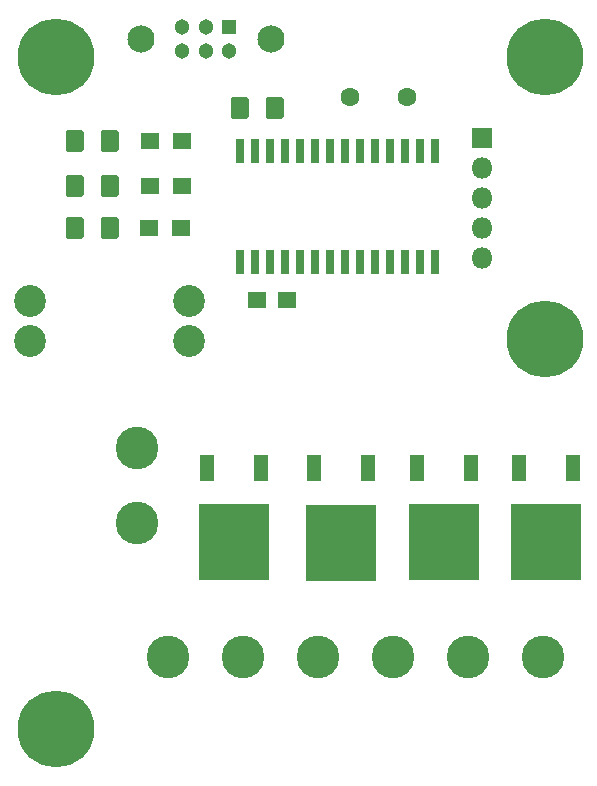
<source format=gts>
G04 #@! TF.GenerationSoftware,KiCad,Pcbnew,(5.0.0-3-g5ebb6b6)*
G04 #@! TF.CreationDate,2018-11-03T13:06:53-04:00*
G04 #@! TF.ProjectId,injector,696E6A6563746F722E6B696361645F70,rev?*
G04 #@! TF.SameCoordinates,Original*
G04 #@! TF.FileFunction,Soldermask,Top*
G04 #@! TF.FilePolarity,Negative*
%FSLAX46Y46*%
G04 Gerber Fmt 4.6, Leading zero omitted, Abs format (unit mm)*
G04 Created by KiCad (PCBNEW (5.0.0-3-g5ebb6b6)) date Saturday, November 03, 2018 at 01:06:53 PM*
%MOMM*%
%LPD*%
G01*
G04 APERTURE LIST*
%ADD10R,1.301600X2.301600*%
%ADD11R,5.901600X6.501600*%
%ADD12C,6.501600*%
%ADD13R,0.701600X2.101600*%
%ADD14C,3.601600*%
%ADD15O,1.801600X1.801600*%
%ADD16R,1.801600X1.801600*%
%ADD17R,1.601600X1.351600*%
%ADD18C,1.601600*%
%ADD19C,2.701600*%
%ADD20C,0.100000*%
%ADD21C,1.526600*%
%ADD22R,1.601600X1.401600*%
%ADD23C,1.301600*%
%ADD24R,1.301600X1.301600*%
%ADD25C,2.301600*%
G04 APERTURE END LIST*
D10*
G04 #@! TO.C,Q1*
X170809000Y-122174000D03*
X166249000Y-122174000D03*
D11*
X168529000Y-128474000D03*
G04 #@! TD*
D12*
G04 #@! TO.C,REF\002A\002A*
X135636000Y-144272000D03*
G04 #@! TD*
G04 #@! TO.C,REF\002A\002A*
X177038000Y-111252000D03*
G04 #@! TD*
G04 #@! TO.C,REF\002A\002A*
X177038000Y-87376000D03*
G04 #@! TD*
D13*
G04 #@! TO.C,U3*
X167767000Y-104776000D03*
X166497000Y-104776000D03*
X165227000Y-104776000D03*
X163957000Y-104776000D03*
X162687000Y-104776000D03*
X161417000Y-104776000D03*
X160147000Y-104776000D03*
X158877000Y-104776000D03*
X157607000Y-104776000D03*
X156337000Y-104776000D03*
X155067000Y-104776000D03*
X153797000Y-104776000D03*
X152527000Y-104776000D03*
X151257000Y-104776000D03*
X151257000Y-95376000D03*
X152527000Y-95376000D03*
X153797000Y-95376000D03*
X155067000Y-95376000D03*
X156337000Y-95376000D03*
X157607000Y-95376000D03*
X158877000Y-95376000D03*
X160147000Y-95376000D03*
X161417000Y-95376000D03*
X162687000Y-95376000D03*
X163957000Y-95376000D03*
X165227000Y-95376000D03*
X166497000Y-95376000D03*
X167767000Y-95376000D03*
G04 #@! TD*
D14*
G04 #@! TO.C,J1*
X142494000Y-126873000D03*
X142494000Y-120523000D03*
G04 #@! TD*
D15*
G04 #@! TO.C,J3*
X171704000Y-104394000D03*
X171704000Y-101854000D03*
X171704000Y-99314000D03*
X171704000Y-96774000D03*
D16*
X171704000Y-94234000D03*
G04 #@! TD*
D17*
G04 #@! TO.C,C2*
X155194000Y-107950000D03*
X152694000Y-107950000D03*
G04 #@! TD*
D18*
G04 #@! TO.C,Y1*
X165417500Y-90741500D03*
X160537500Y-90741500D03*
G04 #@! TD*
D14*
G04 #@! TO.C,J4*
X176911000Y-138176000D03*
X170561000Y-138176000D03*
X164211000Y-138176000D03*
X157861000Y-138176000D03*
X151511000Y-138176000D03*
X145161000Y-138176000D03*
G04 #@! TD*
D19*
G04 #@! TO.C,F1*
X133473000Y-108028000D03*
X133473000Y-111428000D03*
X146943000Y-108028000D03*
X146943000Y-111428000D03*
G04 #@! TD*
D20*
G04 #@! TO.C,F2*
G36*
X154699726Y-90769490D02*
X154725725Y-90773346D01*
X154751220Y-90779732D01*
X154775967Y-90788587D01*
X154799727Y-90799824D01*
X154822271Y-90813337D01*
X154843381Y-90828993D01*
X154862856Y-90846644D01*
X154880507Y-90866119D01*
X154896163Y-90887229D01*
X154909676Y-90909773D01*
X154920913Y-90933533D01*
X154929768Y-90958280D01*
X154936154Y-90983775D01*
X154940010Y-91009774D01*
X154941300Y-91036025D01*
X154941300Y-92351975D01*
X154940010Y-92378226D01*
X154936154Y-92404225D01*
X154929768Y-92429720D01*
X154920913Y-92454467D01*
X154909676Y-92478227D01*
X154896163Y-92500771D01*
X154880507Y-92521881D01*
X154862856Y-92541356D01*
X154843381Y-92559007D01*
X154822271Y-92574663D01*
X154799727Y-92588176D01*
X154775967Y-92599413D01*
X154751220Y-92608268D01*
X154725725Y-92614654D01*
X154699726Y-92618510D01*
X154673475Y-92619800D01*
X153682525Y-92619800D01*
X153656274Y-92618510D01*
X153630275Y-92614654D01*
X153604780Y-92608268D01*
X153580033Y-92599413D01*
X153556273Y-92588176D01*
X153533729Y-92574663D01*
X153512619Y-92559007D01*
X153493144Y-92541356D01*
X153475493Y-92521881D01*
X153459837Y-92500771D01*
X153446324Y-92478227D01*
X153435087Y-92454467D01*
X153426232Y-92429720D01*
X153419846Y-92404225D01*
X153415990Y-92378226D01*
X153414700Y-92351975D01*
X153414700Y-91036025D01*
X153415990Y-91009774D01*
X153419846Y-90983775D01*
X153426232Y-90958280D01*
X153435087Y-90933533D01*
X153446324Y-90909773D01*
X153459837Y-90887229D01*
X153475493Y-90866119D01*
X153493144Y-90846644D01*
X153512619Y-90828993D01*
X153533729Y-90813337D01*
X153556273Y-90799824D01*
X153580033Y-90788587D01*
X153604780Y-90779732D01*
X153630275Y-90773346D01*
X153656274Y-90769490D01*
X153682525Y-90768200D01*
X154673475Y-90768200D01*
X154699726Y-90769490D01*
X154699726Y-90769490D01*
G37*
D21*
X154178000Y-91694000D03*
D20*
G36*
X151724726Y-90769490D02*
X151750725Y-90773346D01*
X151776220Y-90779732D01*
X151800967Y-90788587D01*
X151824727Y-90799824D01*
X151847271Y-90813337D01*
X151868381Y-90828993D01*
X151887856Y-90846644D01*
X151905507Y-90866119D01*
X151921163Y-90887229D01*
X151934676Y-90909773D01*
X151945913Y-90933533D01*
X151954768Y-90958280D01*
X151961154Y-90983775D01*
X151965010Y-91009774D01*
X151966300Y-91036025D01*
X151966300Y-92351975D01*
X151965010Y-92378226D01*
X151961154Y-92404225D01*
X151954768Y-92429720D01*
X151945913Y-92454467D01*
X151934676Y-92478227D01*
X151921163Y-92500771D01*
X151905507Y-92521881D01*
X151887856Y-92541356D01*
X151868381Y-92559007D01*
X151847271Y-92574663D01*
X151824727Y-92588176D01*
X151800967Y-92599413D01*
X151776220Y-92608268D01*
X151750725Y-92614654D01*
X151724726Y-92618510D01*
X151698475Y-92619800D01*
X150707525Y-92619800D01*
X150681274Y-92618510D01*
X150655275Y-92614654D01*
X150629780Y-92608268D01*
X150605033Y-92599413D01*
X150581273Y-92588176D01*
X150558729Y-92574663D01*
X150537619Y-92559007D01*
X150518144Y-92541356D01*
X150500493Y-92521881D01*
X150484837Y-92500771D01*
X150471324Y-92478227D01*
X150460087Y-92454467D01*
X150451232Y-92429720D01*
X150444846Y-92404225D01*
X150440990Y-92378226D01*
X150439700Y-92351975D01*
X150439700Y-91036025D01*
X150440990Y-91009774D01*
X150444846Y-90983775D01*
X150451232Y-90958280D01*
X150460087Y-90933533D01*
X150471324Y-90909773D01*
X150484837Y-90887229D01*
X150500493Y-90866119D01*
X150518144Y-90846644D01*
X150537619Y-90828993D01*
X150558729Y-90813337D01*
X150581273Y-90799824D01*
X150605033Y-90788587D01*
X150629780Y-90779732D01*
X150655275Y-90773346D01*
X150681274Y-90769490D01*
X150707525Y-90768200D01*
X151698475Y-90768200D01*
X151724726Y-90769490D01*
X151724726Y-90769490D01*
G37*
D21*
X151203000Y-91694000D03*
G04 #@! TD*
D20*
G04 #@! TO.C,D6*
G36*
X140729726Y-93563490D02*
X140755725Y-93567346D01*
X140781220Y-93573732D01*
X140805967Y-93582587D01*
X140829727Y-93593824D01*
X140852271Y-93607337D01*
X140873381Y-93622993D01*
X140892856Y-93640644D01*
X140910507Y-93660119D01*
X140926163Y-93681229D01*
X140939676Y-93703773D01*
X140950913Y-93727533D01*
X140959768Y-93752280D01*
X140966154Y-93777775D01*
X140970010Y-93803774D01*
X140971300Y-93830025D01*
X140971300Y-95145975D01*
X140970010Y-95172226D01*
X140966154Y-95198225D01*
X140959768Y-95223720D01*
X140950913Y-95248467D01*
X140939676Y-95272227D01*
X140926163Y-95294771D01*
X140910507Y-95315881D01*
X140892856Y-95335356D01*
X140873381Y-95353007D01*
X140852271Y-95368663D01*
X140829727Y-95382176D01*
X140805967Y-95393413D01*
X140781220Y-95402268D01*
X140755725Y-95408654D01*
X140729726Y-95412510D01*
X140703475Y-95413800D01*
X139712525Y-95413800D01*
X139686274Y-95412510D01*
X139660275Y-95408654D01*
X139634780Y-95402268D01*
X139610033Y-95393413D01*
X139586273Y-95382176D01*
X139563729Y-95368663D01*
X139542619Y-95353007D01*
X139523144Y-95335356D01*
X139505493Y-95315881D01*
X139489837Y-95294771D01*
X139476324Y-95272227D01*
X139465087Y-95248467D01*
X139456232Y-95223720D01*
X139449846Y-95198225D01*
X139445990Y-95172226D01*
X139444700Y-95145975D01*
X139444700Y-93830025D01*
X139445990Y-93803774D01*
X139449846Y-93777775D01*
X139456232Y-93752280D01*
X139465087Y-93727533D01*
X139476324Y-93703773D01*
X139489837Y-93681229D01*
X139505493Y-93660119D01*
X139523144Y-93640644D01*
X139542619Y-93622993D01*
X139563729Y-93607337D01*
X139586273Y-93593824D01*
X139610033Y-93582587D01*
X139634780Y-93573732D01*
X139660275Y-93567346D01*
X139686274Y-93563490D01*
X139712525Y-93562200D01*
X140703475Y-93562200D01*
X140729726Y-93563490D01*
X140729726Y-93563490D01*
G37*
D21*
X140208000Y-94488000D03*
D20*
G36*
X137754726Y-93563490D02*
X137780725Y-93567346D01*
X137806220Y-93573732D01*
X137830967Y-93582587D01*
X137854727Y-93593824D01*
X137877271Y-93607337D01*
X137898381Y-93622993D01*
X137917856Y-93640644D01*
X137935507Y-93660119D01*
X137951163Y-93681229D01*
X137964676Y-93703773D01*
X137975913Y-93727533D01*
X137984768Y-93752280D01*
X137991154Y-93777775D01*
X137995010Y-93803774D01*
X137996300Y-93830025D01*
X137996300Y-95145975D01*
X137995010Y-95172226D01*
X137991154Y-95198225D01*
X137984768Y-95223720D01*
X137975913Y-95248467D01*
X137964676Y-95272227D01*
X137951163Y-95294771D01*
X137935507Y-95315881D01*
X137917856Y-95335356D01*
X137898381Y-95353007D01*
X137877271Y-95368663D01*
X137854727Y-95382176D01*
X137830967Y-95393413D01*
X137806220Y-95402268D01*
X137780725Y-95408654D01*
X137754726Y-95412510D01*
X137728475Y-95413800D01*
X136737525Y-95413800D01*
X136711274Y-95412510D01*
X136685275Y-95408654D01*
X136659780Y-95402268D01*
X136635033Y-95393413D01*
X136611273Y-95382176D01*
X136588729Y-95368663D01*
X136567619Y-95353007D01*
X136548144Y-95335356D01*
X136530493Y-95315881D01*
X136514837Y-95294771D01*
X136501324Y-95272227D01*
X136490087Y-95248467D01*
X136481232Y-95223720D01*
X136474846Y-95198225D01*
X136470990Y-95172226D01*
X136469700Y-95145975D01*
X136469700Y-93830025D01*
X136470990Y-93803774D01*
X136474846Y-93777775D01*
X136481232Y-93752280D01*
X136490087Y-93727533D01*
X136501324Y-93703773D01*
X136514837Y-93681229D01*
X136530493Y-93660119D01*
X136548144Y-93640644D01*
X136567619Y-93622993D01*
X136588729Y-93607337D01*
X136611273Y-93593824D01*
X136635033Y-93582587D01*
X136659780Y-93573732D01*
X136685275Y-93567346D01*
X136711274Y-93563490D01*
X136737525Y-93562200D01*
X137728475Y-93562200D01*
X137754726Y-93563490D01*
X137754726Y-93563490D01*
G37*
D21*
X137233000Y-94488000D03*
G04 #@! TD*
D20*
G04 #@! TO.C,D7*
G36*
X137754726Y-97373490D02*
X137780725Y-97377346D01*
X137806220Y-97383732D01*
X137830967Y-97392587D01*
X137854727Y-97403824D01*
X137877271Y-97417337D01*
X137898381Y-97432993D01*
X137917856Y-97450644D01*
X137935507Y-97470119D01*
X137951163Y-97491229D01*
X137964676Y-97513773D01*
X137975913Y-97537533D01*
X137984768Y-97562280D01*
X137991154Y-97587775D01*
X137995010Y-97613774D01*
X137996300Y-97640025D01*
X137996300Y-98955975D01*
X137995010Y-98982226D01*
X137991154Y-99008225D01*
X137984768Y-99033720D01*
X137975913Y-99058467D01*
X137964676Y-99082227D01*
X137951163Y-99104771D01*
X137935507Y-99125881D01*
X137917856Y-99145356D01*
X137898381Y-99163007D01*
X137877271Y-99178663D01*
X137854727Y-99192176D01*
X137830967Y-99203413D01*
X137806220Y-99212268D01*
X137780725Y-99218654D01*
X137754726Y-99222510D01*
X137728475Y-99223800D01*
X136737525Y-99223800D01*
X136711274Y-99222510D01*
X136685275Y-99218654D01*
X136659780Y-99212268D01*
X136635033Y-99203413D01*
X136611273Y-99192176D01*
X136588729Y-99178663D01*
X136567619Y-99163007D01*
X136548144Y-99145356D01*
X136530493Y-99125881D01*
X136514837Y-99104771D01*
X136501324Y-99082227D01*
X136490087Y-99058467D01*
X136481232Y-99033720D01*
X136474846Y-99008225D01*
X136470990Y-98982226D01*
X136469700Y-98955975D01*
X136469700Y-97640025D01*
X136470990Y-97613774D01*
X136474846Y-97587775D01*
X136481232Y-97562280D01*
X136490087Y-97537533D01*
X136501324Y-97513773D01*
X136514837Y-97491229D01*
X136530493Y-97470119D01*
X136548144Y-97450644D01*
X136567619Y-97432993D01*
X136588729Y-97417337D01*
X136611273Y-97403824D01*
X136635033Y-97392587D01*
X136659780Y-97383732D01*
X136685275Y-97377346D01*
X136711274Y-97373490D01*
X136737525Y-97372200D01*
X137728475Y-97372200D01*
X137754726Y-97373490D01*
X137754726Y-97373490D01*
G37*
D21*
X137233000Y-98298000D03*
D20*
G36*
X140729726Y-97373490D02*
X140755725Y-97377346D01*
X140781220Y-97383732D01*
X140805967Y-97392587D01*
X140829727Y-97403824D01*
X140852271Y-97417337D01*
X140873381Y-97432993D01*
X140892856Y-97450644D01*
X140910507Y-97470119D01*
X140926163Y-97491229D01*
X140939676Y-97513773D01*
X140950913Y-97537533D01*
X140959768Y-97562280D01*
X140966154Y-97587775D01*
X140970010Y-97613774D01*
X140971300Y-97640025D01*
X140971300Y-98955975D01*
X140970010Y-98982226D01*
X140966154Y-99008225D01*
X140959768Y-99033720D01*
X140950913Y-99058467D01*
X140939676Y-99082227D01*
X140926163Y-99104771D01*
X140910507Y-99125881D01*
X140892856Y-99145356D01*
X140873381Y-99163007D01*
X140852271Y-99178663D01*
X140829727Y-99192176D01*
X140805967Y-99203413D01*
X140781220Y-99212268D01*
X140755725Y-99218654D01*
X140729726Y-99222510D01*
X140703475Y-99223800D01*
X139712525Y-99223800D01*
X139686274Y-99222510D01*
X139660275Y-99218654D01*
X139634780Y-99212268D01*
X139610033Y-99203413D01*
X139586273Y-99192176D01*
X139563729Y-99178663D01*
X139542619Y-99163007D01*
X139523144Y-99145356D01*
X139505493Y-99125881D01*
X139489837Y-99104771D01*
X139476324Y-99082227D01*
X139465087Y-99058467D01*
X139456232Y-99033720D01*
X139449846Y-99008225D01*
X139445990Y-98982226D01*
X139444700Y-98955975D01*
X139444700Y-97640025D01*
X139445990Y-97613774D01*
X139449846Y-97587775D01*
X139456232Y-97562280D01*
X139465087Y-97537533D01*
X139476324Y-97513773D01*
X139489837Y-97491229D01*
X139505493Y-97470119D01*
X139523144Y-97450644D01*
X139542619Y-97432993D01*
X139563729Y-97417337D01*
X139586273Y-97403824D01*
X139610033Y-97392587D01*
X139634780Y-97383732D01*
X139660275Y-97377346D01*
X139686274Y-97373490D01*
X139712525Y-97372200D01*
X140703475Y-97372200D01*
X140729726Y-97373490D01*
X140729726Y-97373490D01*
G37*
D21*
X140208000Y-98298000D03*
G04 #@! TD*
D20*
G04 #@! TO.C,D5*
G36*
X140729726Y-100929490D02*
X140755725Y-100933346D01*
X140781220Y-100939732D01*
X140805967Y-100948587D01*
X140829727Y-100959824D01*
X140852271Y-100973337D01*
X140873381Y-100988993D01*
X140892856Y-101006644D01*
X140910507Y-101026119D01*
X140926163Y-101047229D01*
X140939676Y-101069773D01*
X140950913Y-101093533D01*
X140959768Y-101118280D01*
X140966154Y-101143775D01*
X140970010Y-101169774D01*
X140971300Y-101196025D01*
X140971300Y-102511975D01*
X140970010Y-102538226D01*
X140966154Y-102564225D01*
X140959768Y-102589720D01*
X140950913Y-102614467D01*
X140939676Y-102638227D01*
X140926163Y-102660771D01*
X140910507Y-102681881D01*
X140892856Y-102701356D01*
X140873381Y-102719007D01*
X140852271Y-102734663D01*
X140829727Y-102748176D01*
X140805967Y-102759413D01*
X140781220Y-102768268D01*
X140755725Y-102774654D01*
X140729726Y-102778510D01*
X140703475Y-102779800D01*
X139712525Y-102779800D01*
X139686274Y-102778510D01*
X139660275Y-102774654D01*
X139634780Y-102768268D01*
X139610033Y-102759413D01*
X139586273Y-102748176D01*
X139563729Y-102734663D01*
X139542619Y-102719007D01*
X139523144Y-102701356D01*
X139505493Y-102681881D01*
X139489837Y-102660771D01*
X139476324Y-102638227D01*
X139465087Y-102614467D01*
X139456232Y-102589720D01*
X139449846Y-102564225D01*
X139445990Y-102538226D01*
X139444700Y-102511975D01*
X139444700Y-101196025D01*
X139445990Y-101169774D01*
X139449846Y-101143775D01*
X139456232Y-101118280D01*
X139465087Y-101093533D01*
X139476324Y-101069773D01*
X139489837Y-101047229D01*
X139505493Y-101026119D01*
X139523144Y-101006644D01*
X139542619Y-100988993D01*
X139563729Y-100973337D01*
X139586273Y-100959824D01*
X139610033Y-100948587D01*
X139634780Y-100939732D01*
X139660275Y-100933346D01*
X139686274Y-100929490D01*
X139712525Y-100928200D01*
X140703475Y-100928200D01*
X140729726Y-100929490D01*
X140729726Y-100929490D01*
G37*
D21*
X140208000Y-101854000D03*
D20*
G36*
X137754726Y-100929490D02*
X137780725Y-100933346D01*
X137806220Y-100939732D01*
X137830967Y-100948587D01*
X137854727Y-100959824D01*
X137877271Y-100973337D01*
X137898381Y-100988993D01*
X137917856Y-101006644D01*
X137935507Y-101026119D01*
X137951163Y-101047229D01*
X137964676Y-101069773D01*
X137975913Y-101093533D01*
X137984768Y-101118280D01*
X137991154Y-101143775D01*
X137995010Y-101169774D01*
X137996300Y-101196025D01*
X137996300Y-102511975D01*
X137995010Y-102538226D01*
X137991154Y-102564225D01*
X137984768Y-102589720D01*
X137975913Y-102614467D01*
X137964676Y-102638227D01*
X137951163Y-102660771D01*
X137935507Y-102681881D01*
X137917856Y-102701356D01*
X137898381Y-102719007D01*
X137877271Y-102734663D01*
X137854727Y-102748176D01*
X137830967Y-102759413D01*
X137806220Y-102768268D01*
X137780725Y-102774654D01*
X137754726Y-102778510D01*
X137728475Y-102779800D01*
X136737525Y-102779800D01*
X136711274Y-102778510D01*
X136685275Y-102774654D01*
X136659780Y-102768268D01*
X136635033Y-102759413D01*
X136611273Y-102748176D01*
X136588729Y-102734663D01*
X136567619Y-102719007D01*
X136548144Y-102701356D01*
X136530493Y-102681881D01*
X136514837Y-102660771D01*
X136501324Y-102638227D01*
X136490087Y-102614467D01*
X136481232Y-102589720D01*
X136474846Y-102564225D01*
X136470990Y-102538226D01*
X136469700Y-102511975D01*
X136469700Y-101196025D01*
X136470990Y-101169774D01*
X136474846Y-101143775D01*
X136481232Y-101118280D01*
X136490087Y-101093533D01*
X136501324Y-101069773D01*
X136514837Y-101047229D01*
X136530493Y-101026119D01*
X136548144Y-101006644D01*
X136567619Y-100988993D01*
X136588729Y-100973337D01*
X136611273Y-100959824D01*
X136635033Y-100948587D01*
X136659780Y-100939732D01*
X136685275Y-100933346D01*
X136711274Y-100929490D01*
X136737525Y-100928200D01*
X137728475Y-100928200D01*
X137754726Y-100929490D01*
X137754726Y-100929490D01*
G37*
D21*
X137233000Y-101854000D03*
G04 #@! TD*
D22*
G04 #@! TO.C,R5*
X143510000Y-101854000D03*
X146210000Y-101854000D03*
G04 #@! TD*
G04 #@! TO.C,R6*
X143604000Y-94488000D03*
X146304000Y-94488000D03*
G04 #@! TD*
G04 #@! TO.C,R7*
X146304000Y-98298000D03*
X143604000Y-98298000D03*
G04 #@! TD*
D11*
G04 #@! TO.C,Q2*
X177165000Y-128474000D03*
D10*
X174885000Y-122174000D03*
X179445000Y-122174000D03*
G04 #@! TD*
G04 #@! TO.C,Q5*
X153029000Y-122174000D03*
X148469000Y-122174000D03*
D11*
X150749000Y-128474000D03*
G04 #@! TD*
G04 #@! TO.C,Q6*
X159767000Y-128500000D03*
D10*
X157487000Y-122200000D03*
X162047000Y-122200000D03*
G04 #@! TD*
D23*
G04 #@! TO.C,J2*
X148336000Y-84852000D03*
D24*
X150336000Y-84852000D03*
D23*
X146336000Y-84852000D03*
X146336000Y-86852000D03*
X148336000Y-86852000D03*
X150336000Y-86852000D03*
D25*
X142836000Y-85852000D03*
X153836000Y-85852000D03*
G04 #@! TD*
D12*
G04 #@! TO.C,REF\002A\002A*
X135636000Y-87376000D03*
G04 #@! TD*
M02*

</source>
